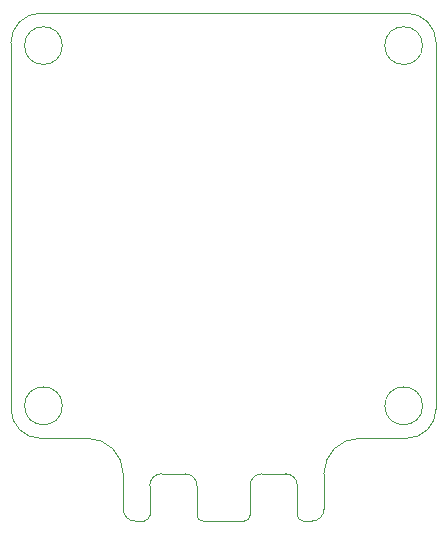
<source format=gbr>
%TF.GenerationSoftware,KiCad,Pcbnew,6.0.11-2627ca5db0~126~ubuntu22.04.1*%
%TF.CreationDate,2023-03-08T23:59:18+01:00*%
%TF.ProjectId,asac-fc-rev-a,61736163-2d66-4632-9d72-65762d612e6b,A*%
%TF.SameCoordinates,Original*%
%TF.FileFunction,Profile,NP*%
%FSLAX46Y46*%
G04 Gerber Fmt 4.6, Leading zero omitted, Abs format (unit mm)*
G04 Created by KiCad (PCBNEW 6.0.11-2627ca5db0~126~ubuntu22.04.1) date 2023-03-08 23:59:18*
%MOMM*%
%LPD*%
G01*
G04 APERTURE LIST*
%TA.AperFunction,Profile*%
%ADD10C,0.050000*%
%TD*%
G04 APERTURE END LIST*
D10*
X131575000Y-142575000D02*
G75*
G03*
X132575000Y-141575000I0J1000000D01*
G01*
X120825000Y-138575000D02*
X118825000Y-138575000D01*
X130325000Y-139575000D02*
G75*
G03*
X129325000Y-138575000I-1000000J0D01*
G01*
X140925000Y-132825000D02*
G75*
G03*
X140925000Y-132825000I-1600000J0D01*
G01*
X115575000Y-138575000D02*
G75*
G03*
X112575000Y-135575000I-3000000J0D01*
G01*
X121825000Y-142075000D02*
X121825000Y-139575000D01*
X130325000Y-142075000D02*
G75*
G03*
X130825000Y-142575000I500000J0D01*
G01*
X139575000Y-135575000D02*
G75*
G03*
X142075000Y-133075000I0J2500000D01*
G01*
X121825000Y-139575000D02*
G75*
G03*
X120825000Y-138575000I-1000000J0D01*
G01*
X117325000Y-142575000D02*
G75*
G03*
X117825000Y-142075000I0J500000D01*
G01*
X132575000Y-138575000D02*
X132575000Y-141575000D01*
X125825000Y-142575000D02*
X122325000Y-142575000D01*
X106075000Y-133075000D02*
G75*
G03*
X108575000Y-135575000I2500000J0D01*
G01*
X135575000Y-135575000D02*
G75*
G03*
X132575000Y-138575000I0J-3000000D01*
G01*
X140925000Y-102325000D02*
G75*
G03*
X140925000Y-102325000I-1600000J0D01*
G01*
X131575000Y-142575000D02*
X130825000Y-142575000D01*
X127325000Y-138575000D02*
G75*
G03*
X126325000Y-139575000I0J-1000000D01*
G01*
X118825000Y-138575000D02*
G75*
G03*
X117825000Y-139575000I0J-1000000D01*
G01*
X142075000Y-102075000D02*
G75*
G03*
X139575000Y-99575000I-2500000J0D01*
G01*
X139575000Y-135575000D02*
X135575000Y-135575000D01*
X142075000Y-102075000D02*
X142075000Y-133075000D01*
X126325000Y-142075000D02*
X126325000Y-139575000D01*
X110425000Y-132825000D02*
G75*
G03*
X110425000Y-132825000I-1600000J0D01*
G01*
X130325000Y-139575000D02*
X130325000Y-142075000D01*
X117825000Y-139575000D02*
X117825000Y-142075000D01*
X112575000Y-135575000D02*
X108575000Y-135575000D01*
X127325000Y-138575000D02*
X129325000Y-138575000D01*
X108575000Y-99575000D02*
X139575000Y-99575000D01*
X106075000Y-133075000D02*
X106075000Y-102075000D01*
X115575000Y-141575000D02*
X115575000Y-138575000D01*
X117325000Y-142575000D02*
X116575000Y-142575000D01*
X115575000Y-141575000D02*
G75*
G03*
X116575000Y-142575000I1000000J0D01*
G01*
X125825000Y-142575000D02*
G75*
G03*
X126325000Y-142075000I0J500000D01*
G01*
X121825000Y-142075000D02*
G75*
G03*
X122325000Y-142575000I500000J0D01*
G01*
X110425000Y-102325000D02*
G75*
G03*
X110425000Y-102325000I-1600000J0D01*
G01*
X108575000Y-99575000D02*
G75*
G03*
X106075000Y-102075000I0J-2500000D01*
G01*
M02*

</source>
